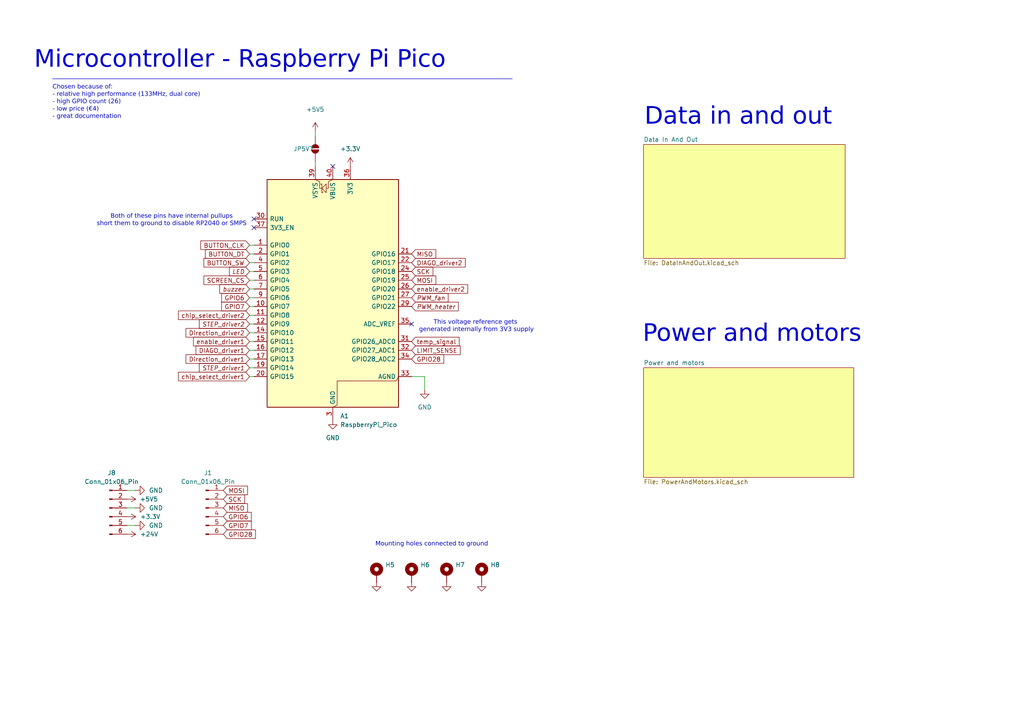
<source format=kicad_sch>
(kicad_sch (version 20250114) (generator "eeschema") (generator_version "9.0")
  (paper "A4")
  (lib_symbols
    (symbol "Connector:Conn_01x06_Pin" (pin_names (offset 1.016) (hide yes))
      (property "Reference" "J" (at 0 7.62 0))
      (property "Value" "Conn_01x06_Pin" (at 0 -10.16 0))
      (symbol "Conn_01x06_Pin_1_1"
        (rectangle (start 0.8636 5.207) (end 0 4.953) (stroke (width 0.1524)) (fill (type outline)))
        (rectangle (start 0.8636 2.667) (end 0 2.413) (stroke (width 0.1524)) (fill (type outline)))
        (rectangle (start 0.8636 0.127) (end 0 -0.127) (stroke (width 0.1524)) (fill (type outline)))
        (rectangle (start 0.8636 -2.413) (end 0 -2.667) (stroke (width 0.1524)) (fill (type outline)))
        (rectangle (start 0.8636 -4.953) (end 0 -5.207) (stroke (width 0.1524)) (fill (type outline)))
        (rectangle (start 0.8636 -7.493) (end 0 -7.747) (stroke (width 0.1524)) (fill (type outline)))
        (polyline (pts (xy 1.27 5.08) (xy 0.8636 5.08)) (stroke (width 0.1524)))
        (polyline (pts (xy 1.27 2.54) (xy 0.8636 2.54)) (stroke (width 0.1524)))
        (polyline (pts (xy 1.27 0) (xy 0.8636 0)) (stroke (width 0.1524)))
        (polyline (pts (xy 1.27 -2.54) (xy 0.8636 -2.54)) (stroke (width 0.1524)))
        (polyline (pts (xy 1.27 -5.08) (xy 0.8636 -5.08)) (stroke (width 0.1524)))
        (polyline (pts (xy 1.27 -7.62) (xy 0.8636 -7.62)) (stroke (width 0.1524)))
        (pin passive line (at 5.08 5.08 180) (length 3.81) (name "Pin_1") (number "1"))
        (pin passive line (at 5.08 2.54 180) (length 3.81) (name "Pin_2") (number "2"))
        (pin passive line (at 5.08 0 180) (length 3.81) (name "Pin_3") (number "3"))
        (pin passive line (at 5.08 -2.54 180) (length 3.81) (name "Pin_4") (number "4"))
        (pin passive line (at 5.08 -5.08 180) (length 3.81) (name "Pin_5") (number "5"))
        (pin passive line (at 5.08 -7.62 180) (length 3.81) (name "Pin_6") (number "6"))
      )
    )
    (symbol "Jumper:SolderJumper_2_Open" (pin_numbers (hide yes)) (pin_names (offset 0) (hide yes)) (exclude_from_sim yes) (in_bom no)
      (property "Reference" "JP" (at 0 2.032 0))
      (property "Value" "SolderJumper_2_Open" (at 0 -2.54 0))
      (symbol "SolderJumper_2_Open_0_1"
        (polyline (pts (xy -0.254 1.016) (xy -0.254 -1.016)))
        (arc (start -0.254 -1.016) (mid -1.2656 0) (end -0.254 1.016))
        (arc (start -0.254 -1.016) (mid -1.2656 0) (end -0.254 1.016) (fill (type outline)))
        (arc (start 0.254 1.016) (mid 1.2656 0) (end 0.254 -1.016))
        (arc (start 0.254 1.016) (mid 1.2656 0) (end 0.254 -1.016) (fill (type outline)))
        (polyline (pts (xy 0.254 1.016) (xy 0.254 -1.016)))
      )
      (symbol "SolderJumper_2_Open_1_1"
        (pin passive line (at -3.81 0 0) (length 2.54) (name "A") (number "1"))
        (pin passive line (at 3.81 0 180) (length 2.54) (name "B") (number "2"))
      )
    )
    (symbol "MCU_Module:RaspberryPi_Pico" (pin_names (offset 0.762))
      (property "Reference" "A" (at -19.05 35.56 0))
      (property "Value" "RaspberryPi_Pico" (at 7.62 35.56 0))
      (symbol "RaspberryPi_Pico_0_1"
        (rectangle (start -19.05 34.29) (end 19.05 -31.75) (stroke (width 0.254)) (fill (type background)))
        (polyline (pts (xy -5.08 34.29) (xy -3.81 33.655) (xy -3.81 31.75) (xy -3.175 31.75)))
        (polyline (pts (xy -3.429 32.766) (xy -3.429 33.02) (xy -3.175 33.02) (xy -3.175 30.48) (xy -2.921 30.48) (xy -2.921 30.734)))
        (polyline (pts (xy -3.175 31.75) (xy -1.905 33.02) (xy -1.905 30.48) (xy -3.175 31.75)))
        (polyline (pts (xy 0 34.29) (xy -1.27 33.655) (xy -1.27 31.75) (xy -1.905 31.75)))
        (polyline (pts (xy 0 -31.75) (xy 1.27 -31.115) (xy 1.27 -24.13) (xy 18.415 -24.13) (xy 19.05 -22.86)))
      )
      (symbol "RaspberryPi_Pico_1_1"
        (pin passive line (at -22.86 22.86 0) (length 3.81) (name "RUN") (number "30"))
        (pin passive line (at -22.86 20.32 0) (length 3.81) (name "3V3_EN") (number "37"))
        (pin bidirectional line (at -22.86 15.24 0) (length 3.81) (name "GPIO0") (number "1"))
        (pin bidirectional line (at -22.86 12.7 0) (length 3.81) (name "GPIO1") (number "2"))
        (pin bidirectional line (at -22.86 10.16 0) (length 3.81) (name "GPIO2") (number "4"))
        (pin bidirectional line (at -22.86 7.62 0) (length 3.81) (name "GPIO3") (number "5"))
        (pin bidirectional line (at -22.86 5.08 0) (length 3.81) (name "GPIO4") (number "6"))
        (pin bidirectional line (at -22.86 2.54 0) (length 3.81) (name "GPIO5") (number "7"))
        (pin bidirectional line (at -22.86 0 0) (length 3.81) (name "GPIO6") (number "9"))
        (pin bidirectional line (at -22.86 -2.54 0) (length 3.81) (name "GPIO7") (number "10"))
        (pin bidirectional line (at -22.86 -5.08 0) (length 3.81) (name "GPIO8") (number "11"))
        (pin bidirectional line (at -22.86 -7.62 0) (length 3.81) (name "GPIO9") (number "12"))
        (pin bidirectional line (at -22.86 -10.16 0) (length 3.81) (name "GPIO10") (number "14"))
        (pin bidirectional line (at -22.86 -12.7 0) (length 3.81) (name "GPIO11") (number "15"))
        (pin bidirectional line (at -22.86 -15.24 0) (length 3.81) (name "GPIO12") (number "16"))
        (pin bidirectional line (at -22.86 -17.78 0) (length 3.81) (name "GPIO13") (number "17"))
        (pin bidirectional line (at -22.86 -20.32 0) (length 3.81) (name "GPIO14") (number "19"))
        (pin bidirectional line (at -22.86 -22.86 0) (length 3.81) (name "GPIO15") (number "20"))
        (pin power_in line (at -5.08 38.1 270) (length 3.81) (name "VSYS") (number "39"))
        (pin power_out line (at 0 38.1 270) (length 3.81) (name "VBUS") (number "40"))
        (pin passive line (at 0 -35.56 90) (length 3.81) (hide yes) (name "GND") (number "13"))
        (pin passive line (at 0 -35.56 90) (length 3.81) (hide yes) (name "GND") (number "18"))
        (pin passive line (at 0 -35.56 90) (length 3.81) (hide yes) (name "GND") (number "23"))
        (pin passive line (at 0 -35.56 90) (length 3.81) (hide yes) (name "GND") (number "28"))
        (pin power_out line (at 0 -35.56 90) (length 3.81) (name "GND") (number "3"))
        (pin passive line (at 0 -35.56 90) (length 3.81) (hide yes) (name "GND") (number "38"))
        (pin passive line (at 0 -35.56 90) (length 3.81) (hide yes) (name "GND") (number "8"))
        (pin power_out line (at 5.08 38.1 270) (length 3.81) (name "3V3") (number "36"))
        (pin bidirectional line (at 22.86 12.7 180) (length 3.81) (name "GPIO16") (number "21"))
        (pin bidirectional line (at 22.86 10.16 180) (length 3.81) (name "GPIO17") (number "22"))
        (pin bidirectional line (at 22.86 7.62 180) (length 3.81) (name "GPIO18") (number "24"))
        (pin bidirectional line (at 22.86 5.08 180) (length 3.81) (name "GPIO19") (number "25"))
        (pin bidirectional line (at 22.86 2.54 180) (length 3.81) (name "GPIO20") (number "26"))
        (pin bidirectional line (at 22.86 0 180) (length 3.81) (name "GPIO21") (number "27"))
        (pin bidirectional line (at 22.86 -2.54 180) (length 3.81) (name "GPIO22") (number "29"))
        (pin power_in line (at 22.86 -7.62 180) (length 3.81) (name "ADC_VREF") (number "35"))
        (pin bidirectional line (at 22.86 -12.7 180) (length 3.81) (name "GPIO26_ADC0") (number "31"))
        (pin bidirectional line (at 22.86 -15.24 180) (length 3.81) (name "GPIO27_ADC1") (number "32"))
        (pin bidirectional line (at 22.86 -17.78 180) (length 3.81) (name "GPIO28_ADC2") (number "34"))
        (pin power_out line (at 22.86 -22.86 180) (length 3.81) (name "AGND") (number "33"))
      )
    )
    (symbol "Mechanical:MountingHole_Pad" (pin_numbers (hide yes)) (pin_names (offset 1.016) (hide yes))
      (property "Reference" "H" (at 0 6.35 0))
      (property "Value" "MountingHole_Pad" (at 0 4.445 0))
      (symbol "MountingHole_Pad_0_1"
        (circle (center 0 1.27) (radius 1.27) (stroke (width 1.27)))
      )
      (symbol "MountingHole_Pad_1_1"
        (pin input line (at 0 -2.54 90) (length 2.54) (name "1") (number "1"))
      )
    )
    (symbol "power:+24V" (power) (pin_numbers (hide yes)) (pin_names (offset 0) (hide yes))
      (property "Value" "+24V" (at 0 3.556 0))
      (symbol "+24V_0_1"
        (polyline (pts (xy -0.762 1.27) (xy 0 2.54)))
        (polyline (pts (xy 0 2.54) (xy 0.762 1.27)))
        (polyline (pts (xy 0 0) (xy 0 2.54)))
      )
      (symbol "+24V_1_1"
        (pin power_in line (at 0 0 90) (length 0) (name "~") (number "1"))
      )
    )
    (symbol "power:+3.3V" (power) (pin_numbers (hide yes)) (pin_names (offset 0) (hide yes))
      (property "Value" "+3.3V" (at 0 3.556 0))
      (symbol "+3.3V_0_1"
        (polyline (pts (xy -0.762 1.27) (xy 0 2.54)))
        (polyline (pts (xy 0 2.54) (xy 0.762 1.27)))
        (polyline (pts (xy 0 0) (xy 0 2.54)))
      )
      (symbol "+3.3V_1_1"
        (pin power_in line (at 0 0 90) (length 0) (name "~") (number "1"))
      )
    )
    (symbol "power:GND" (power) (pin_numbers (hide yes)) (pin_names (offset 0) (hide yes))
      (property "Value" "GND" (at 0 -3.81 0))
      (symbol "GND_0_1"
        (polyline (pts (xy 0 0) (xy 0 -1.27) (xy 1.27 -1.27) (xy 0 -2.54) (xy -1.27 -1.27) (xy 0 -1.27)))
      )
      (symbol "GND_1_1"
        (pin power_in line (at 0 0 270) (length 0) (name "~") (number "1"))
      )
    )
  )
  (text "Microcontroller - Raspberry Pi Pico" (at 69.596 18.796 0) (effects (font (size 5 5) (thickness 0.3175) (italic yes))))
  (text "Chosen because of:\n- relative high performance (133MHz, dual core)\n- high GPIO count (26)\n- low price (€4)\n- great documentation" (at 15.24 29.972 0) (effects (font (size 1.27 1.27)) (justify left)))
  (text "This voltage reference gets \ngenerated internally from 3V3 supply" (at 138.176 94.996 0) (effects (font (size 1.27 1.27))))
  (text "Mounting holes connected to ground" (at 125.222 158.242 0) (effects (font (size 1.27 1.27))))
  (text "Data in and out" (at 186.944 35.306 0) (effects (font (size 5 5) (thickness 0.3175) (italic yes)) (justify left)))
  (text "Both of these pins have internal pullups\nshort them to ground to disable RP2040 or SMPS" (at 49.784 64.262 0) (effects (font (size 1.27 1.27))))
  (text "Power and motors" (at 186.436 98.298 0) (effects (font (size 5 5) (thickness 0.3175) (italic yes)) (justify left)))
  (no_connect (at 73.66 63.5))
  (no_connect (at 96.52 48.26))
  (no_connect (at 73.66 66.04))
  (no_connect (at 119.38 93.98))
  (wire (pts (xy 123.19 109.22) (xy 123.19 113.03)))
  (wire (pts (xy 91.44 46.99) (xy 91.44 48.26)))
  (wire (pts (xy 72.39 78.74) (xy 73.66 78.74)))
  (polyline (pts (xy 15.24 22.86) (xy 148.59 22.86)))
  (wire (pts (xy 72.39 71.12) (xy 73.66 71.12)))
  (wire (pts (xy 72.39 91.44) (xy 73.66 91.44)))
  (wire (pts (xy 72.39 83.82) (xy 73.66 83.82)))
  (wire (pts (xy 72.39 104.14) (xy 73.66 104.14)))
  (wire (pts (xy 72.39 109.22) (xy 73.66 109.22)))
  (wire (pts (xy 72.39 76.2) (xy 73.66 76.2)))
  (wire (pts (xy 72.39 101.6) (xy 73.66 101.6)))
  (wire (pts (xy 91.44 38.1) (xy 91.44 39.37)))
  (wire (pts (xy 72.39 96.52) (xy 73.66 96.52)))
  (wire (pts (xy 39.37 142.24) (xy 36.83 142.24)))
  (wire (pts (xy 72.39 106.68) (xy 73.66 106.68)))
  (wire (pts (xy 72.39 88.9) (xy 73.66 88.9)))
  (wire (pts (xy 39.37 152.4) (xy 36.83 152.4)))
  (wire (pts (xy 72.39 93.98) (xy 73.66 93.98)))
  (wire (pts (xy 72.39 81.28) (xy 73.66 81.28)))
  (wire (pts (xy 72.39 73.66) (xy 73.66 73.66)))
  (wire (pts (xy 39.37 147.32) (xy 36.83 147.32)))
  (wire (pts (xy 119.38 109.22) (xy 123.19 109.22)))
  (wire (pts (xy 72.39 99.06) (xy 73.66 99.06)))
  (wire (pts (xy 72.39 86.36) (xy 73.66 86.36)))
  (global_label "SCREEN_CS" (shape input) (at 72.39 81.28 180) (property "Intersheetrefs" "${INTERSHEET_REFS}" (effects (hide yes))))
  (global_label "GPIO28" (shape input) (at 119.38 104.14 0) (property "Intersheetrefs" "${INTERSHEET_REFS}" (effects (hide yes))))
  (global_label "STEP_driver1" (shape input) (at 72.39 106.68 180) (effects (font (italic yes))) (property "Intersheetrefs" "${INTERSHEET_REFS}" (effects (hide yes))))
  (global_label "Direction_driver1" (shape input) (at 72.39 104.14 180) (property "Intersheetrefs" "${INTERSHEET_REFS}" (effects (hide yes))))
  (global_label "GPIO6" (shape input) (at 72.39 86.36 180) (property "Intersheetrefs" "${INTERSHEET_REFS}" (effects (hide yes))))
  (global_label "MISO" (shape input) (at 64.77 147.32 0) (property "Intersheetrefs" "${INTERSHEET_REFS}" (effects (hide yes))))
  (global_label "STEP_driver2" (shape input) (at 72.39 93.98 180) (effects (font (italic yes))) (property "Intersheetrefs" "${INTERSHEET_REFS}" (effects (hide yes))))
  (global_label "DIAGO_driver2" (shape input) (at 119.38 76.2 0) (property "Intersheetrefs" "${INTERSHEET_REFS}" (effects (hide yes))))
  (global_label "enable_driver2" (shape input) (at 119.38 83.82 0) (property "Intersheetrefs" "${INTERSHEET_REFS}" (effects (hide yes))))
  (global_label "Direction_driver2" (shape input) (at 72.39 96.52 180) (property "Intersheetrefs" "${INTERSHEET_REFS}" (effects (hide yes))))
  (global_label "MOSI" (shape input) (at 119.38 81.28 0) (property "Intersheetrefs" "${INTERSHEET_REFS}" (effects (hide yes))))
  (global_label "PWM_heater" (shape input) (at 119.38 88.9 0) (effects (font (italic yes))) (property "Intersheetrefs" "${INTERSHEET_REFS}" (effects (hide yes))))
  (global_label "PWM_fan" (shape input) (at 119.38 86.36 0) (effects (font (italic yes))) (property "Intersheetrefs" "${INTERSHEET_REFS}" (effects (hide yes))))
  (global_label "MISO" (shape input) (at 119.38 73.66 0) (property "Intersheetrefs" "${INTERSHEET_REFS}" (effects (hide yes))))
  (global_label "SCK" (shape input) (at 119.38 78.74 0) (property "Intersheetrefs" "${INTERSHEET_REFS}" (effects (hide yes))))
  (global_label "chip_select_driver2" (shape input) (at 72.39 91.44 180) (property "Intersheetrefs" "${INTERSHEET_REFS}" (effects (hide yes))))
  (global_label "GPIO28" (shape input) (at 64.77 154.94 0) (property "Intersheetrefs" "${INTERSHEET_REFS}" (effects (hide yes))))
  (global_label "GPIO7" (shape input) (at 72.39 88.9 180) (property "Intersheetrefs" "${INTERSHEET_REFS}" (effects (hide yes))))
  (global_label "chip_select_driver1" (shape input) (at 72.39 109.22 180) (property "Intersheetrefs" "${INTERSHEET_REFS}" (effects (hide yes))))
  (global_label "DIAGO_driver1" (shape input) (at 72.39 101.6 180) (property "Intersheetrefs" "${INTERSHEET_REFS}" (effects (hide yes))))
  (global_label "BUTTON_DT" (shape input) (at 72.39 73.66 180) (property "Intersheetrefs" "${INTERSHEET_REFS}" (effects (hide yes))))
  (global_label "temp_signal" (shape input) (at 119.38 99.06 0) (property "Intersheetrefs" "${INTERSHEET_REFS}" (effects (hide yes))))
  (global_label "SCK" (shape input) (at 64.77 144.78 0) (property "Intersheetrefs" "${INTERSHEET_REFS}" (effects (hide yes))))
  (global_label "LED" (shape input) (at 72.39 78.74 180) (effects (font (italic yes))) (property "Intersheetrefs" "${INTERSHEET_REFS}" (effects (hide yes))))
  (global_label "buzzer" (shape input) (at 72.39 83.82 180) (effects (font (italic yes))) (property "Intersheetrefs" "${INTERSHEET_REFS}" (effects (hide yes))))
  (global_label "GPIO7" (shape input) (at 64.77 152.4 0) (property "Intersheetrefs" "${INTERSHEET_REFS}" (effects (hide yes))))
  (global_label "MOSI" (shape input) (at 64.77 142.24 0) (property "Intersheetrefs" "${INTERSHEET_REFS}" (effects (hide yes))))
  (global_label "BUTTON_SW" (shape input) (at 72.39 76.2 180) (property "Intersheetrefs" "${INTERSHEET_REFS}" (effects (hide yes))))
  (global_label "BUTTON_CLK" (shape input) (at 72.39 71.12 180) (property "Intersheetrefs" "${INTERSHEET_REFS}" (effects (hide yes))))
  (global_label "LIMIT_SENSE" (shape input) (at 119.38 101.6 0) (property "Intersheetrefs" "${INTERSHEET_REFS}" (effects (hide yes))))
  (global_label "enable_driver1" (shape input) (at 72.39 99.06 180) (property "Intersheetrefs" "${INTERSHEET_REFS}" (effects (hide yes))))
  (global_label "GPIO6" (shape input) (at 64.77 149.86 0) (property "Intersheetrefs" "${INTERSHEET_REFS}" (effects (hide yes))))
  (symbol (lib_id "Mechanical:MountingHole_Pad") (at 139.7 166.37 0) (unit 1) (in_bom no)
    (property "Reference" "H8" (at 142.24 163.83 0) (effects (justify left)))
    (property "Value" "GND" (effects (hide yes)))
    (property "Footprint" "MountingHole:MountingHole_3.2mm_M3_Pad_Via" (effects (hide yes)))
    (property "PCB" "No" (effects (hide yes)))
  )
  (symbol (lib_id "power:+24V") (at 36.83 154.94 270) (unit 1)
    (property "Reference" "#PWR080" (effects (hide yes)))
    (property "Value" "+24V" (at 40.64 154.9399 90) (effects (justify left)))
    (property "Description" "Power symbol creates a global label with name \"+24V\"" (effects (hide yes)))
  )
  (symbol (lib_id "Connector:Conn_01x06_Pin") (at 31.75 147.32 0) (unit 1)
    (property "Reference" "J8" (at 32.385 137.16 0))
    (property "Value" "Conn_01x06_Pin" (at 32.385 139.7 0))
    (property "Footprint" "Connector_PinHeader_2.54mm:PinHeader_1x06_P2.54mm_Vertical" (effects (hide yes)))
    (property "Description" "Generic connector, single row, 01x06, script generated" (effects (hide yes)))
  )
  (symbol (lib_id "power:GND") (at 39.37 147.32 90) (unit 1)
    (property "Reference" "#PWR084" (effects (hide yes)))
    (property "Value" "GND" (at 43.18 147.3199 90) (effects (justify right)))
    (property "Description" "Power symbol creates a global label with name \"GND\" , ground" (effects (hide yes)))
  )
  (symbol (lib_id "Mechanical:MountingHole_Pad") (at 129.54 166.37 0) (unit 1) (in_bom no)
    (property "Reference" "H7" (at 132.08 163.83 0) (effects (justify left)))
    (property "Value" "GND" (effects (hide yes)))
    (property "Footprint" "MountingHole:MountingHole_3.2mm_M3_Pad_Via" (effects (hide yes)))
    (property "PCB" "No" (effects (hide yes)))
  )
  (symbol (lib_id "power:+24V") (at 91.44 38.1 0) (unit 1)
    (property "Reference" "#PWR052" (effects (hide yes)))
    (property "Value" "+5V5" (at 91.44 31.75 0))
    (property "Description" "Power symbol creates a global label with name \"+24V\"" (effects (hide yes)))
  )
  (symbol (lib_id "power:+3.3V") (at 36.83 149.86 270) (unit 1)
    (property "Reference" "#PWR083" (effects (hide yes)))
    (property "Value" "+3.3V" (at 40.64 149.8599 90) (effects (justify left)))
    (property "Description" "Power symbol creates a global label with name \"+3.3V\"" (effects (hide yes)))
  )
  (symbol (lib_id "Mechanical:MountingHole_Pad") (at 109.22 166.37 0) (unit 1) (in_bom no)
    (property "Reference" "H5" (at 111.76 163.83 0) (effects (justify left)))
    (property "Value" "GND" (effects (hide yes)))
    (property "Footprint" "MountingHole:MountingHole_3.2mm_M3_Pad_Via" (effects (hide yes)))
    (property "PCB" "No" (effects (hide yes)))
  )
  (symbol (lib_id "power:GND") (at 123.19 113.03 0) (unit 1)
    (property "Reference" "#PWR044" (effects (hide yes)))
    (property "Value" "GND" (at 123.19 118.11 0))
    (property "Description" "Power symbol creates a global label with name \"GND\" , ground" (effects (hide yes)))
  )
  (symbol (lib_id "Mechanical:MountingHole_Pad") (at 119.38 166.37 0) (unit 1) (in_bom no)
    (property "Reference" "H6" (at 121.92 163.83 0) (effects (justify left)))
    (property "Value" "GND" (effects (hide yes)))
    (property "Footprint" "MountingHole:MountingHole_3.2mm_M3_Pad_Via" (effects (hide yes)))
    (property "PCB" "No" (effects (hide yes)))
  )
  (symbol (lib_id "power:GND") (at 129.54 168.91 0) (unit 1)
    (property "Reference" "#PWR059" (effects (hide yes)))
    (property "Value" "GND" (effects (hide yes)))
  )
  (symbol (lib_id "MCU_Module:RaspberryPi_Pico") (at 96.52 86.36 0) (unit 1)
    (property "Reference" "A1" (at 98.6633 120.65 0) (effects (justify left)))
    (property "Value" "RaspberryPi_Pico" (at 98.6633 123.19 0) (effects (justify left)))
    (property "Footprint" "Robocaster_footprint_library_2:Pico" (effects (hide yes)))
    (property "Datasheet" "https://datasheets.raspberrypi.com/pico/pico-datasheet.pdf" (effects (hide yes)))
    (property "Description" "Versatile and inexpensive microcontroller module powered by RP2040 dual-core Arm Cortex-M0+ processor up to 133 MHz, 264kB SRAM, 2MB QSPI flash; also supports Raspberry Pi Pico 2" (effects (hide yes)))
  )
  (symbol (lib_id "power:+24V") (at 36.83 144.78 270) (unit 1)
    (property "Reference" "#PWR078" (effects (hide yes)))
    (property "Value" "+5V5" (at 43.18 144.78 90))
    (property "Description" "Power symbol creates a global label with name \"+24V\"" (effects (hide yes)))
  )
  (symbol (lib_id "Connector:Conn_01x06_Pin") (at 59.69 147.32 0) (unit 1)
    (property "Reference" "J1" (at 60.325 137.16 0))
    (property "Value" "Conn_01x06_Pin" (at 60.325 139.7 0))
    (property "Footprint" "Connector_PinHeader_2.54mm:PinHeader_1x06_P2.54mm_Vertical" (effects (hide yes)))
    (property "Description" "Generic connector, single row, 01x06, script generated" (effects (hide yes)))
  )
  (symbol (lib_id "Jumper:SolderJumper_2_Open") (at 91.44 43.18 90) (unit 1) (exclude_from_sim yes) (in_bom no)
    (property "Reference" "JP5V7" (at 85.09 43.18 90) (effects (justify right)))
    (property "Value" "SolderJumper_2_Open" (effects (hide yes)))
    (property "Footprint" "Jumper:SolderJumper-2_P1.3mm_Open_RoundedPad1.0x1.5mm" (effects (hide yes)))
    (property "Description" "Solder Jumper, 2-pole, open" (effects (hide yes)))
  )
  (symbol (lib_id "power:GND") (at 109.22 168.91 0) (unit 1)
    (property "Reference" "#PWR057" (effects (hide yes)))
    (property "Value" "GND" (effects (hide yes)))
  )
  (symbol (lib_id "power:GND") (at 139.7 168.91 0) (unit 1)
    (property "Reference" "#PWR060" (effects (hide yes)))
    (property "Value" "GND" (effects (hide yes)))
  )
  (symbol (lib_id "power:GND") (at 96.52 121.92 0) (unit 1)
    (property "Reference" "#PWR043" (effects (hide yes)))
    (property "Value" "GND" (at 96.52 127 0))
    (property "Description" "Power symbol creates a global label with name \"GND\" , ground" (effects (hide yes)))
  )
  (symbol (lib_id "power:GND") (at 119.38 168.91 0) (unit 1)
    (property "Reference" "#PWR058" (effects (hide yes)))
    (property "Value" "GND" (effects (hide yes)))
  )
  (symbol (lib_id "power:GND") (at 39.37 152.4 90) (unit 1)
    (property "Reference" "#PWR076" (effects (hide yes)))
    (property "Value" "GND" (at 43.18 152.3999 90) (effects (justify right)))
    (property "Description" "Power symbol creates a global label with name \"GND\" , ground" (effects (hide yes)))
  )
  (symbol (lib_id "power:+3.3V") (at 101.6 48.26 0) (unit 1)
    (property "Reference" "#PWR042" (effects (hide yes)))
    (property "Value" "+3.3V" (at 101.6 43.18 0))
    (property "Description" "Power symbol creates a global label with name \"+3.3V\"" (effects (hide yes)))
  )
  (symbol (lib_id "power:GND") (at 39.37 142.24 90) (unit 1)
    (property "Reference" "#PWR082" (effects (hide yes)))
    (property "Value" "GND" (at 43.18 142.2399 90) (effects (justify right)))
    (property "Description" "Power symbol creates a global label with name \"GND\" , ground" (effects (hide yes)))
  )
  (sheet (at 186.69 106.68) (size 60.96 31.75) (stroke (width 0.1524)) (fill (color 247 255 160 1.0000))
    (property "Sheetname" "Power and motors" (at 186.69 105.9684 0) (effects (justify left bottom)))
    (property "Sheetfile" "PowerAndMotors.kicad_sch" (at 186.69 139.0146 0) (effects (justify left top)))
  )
  (sheet (at 186.69 41.91) (size 58.42 33.02) (stroke (width 0.1524)) (fill (color 247 255 160 1.0000))
    (property "Sheetname" "Data In And Out" (at 186.69 41.1984 0) (effects (justify left bottom)))
    (property "Sheetfile" "DataInAndOut.kicad_sch" (at 186.69 75.5146 0) (effects (justify left top)))
  )
)
</source>
